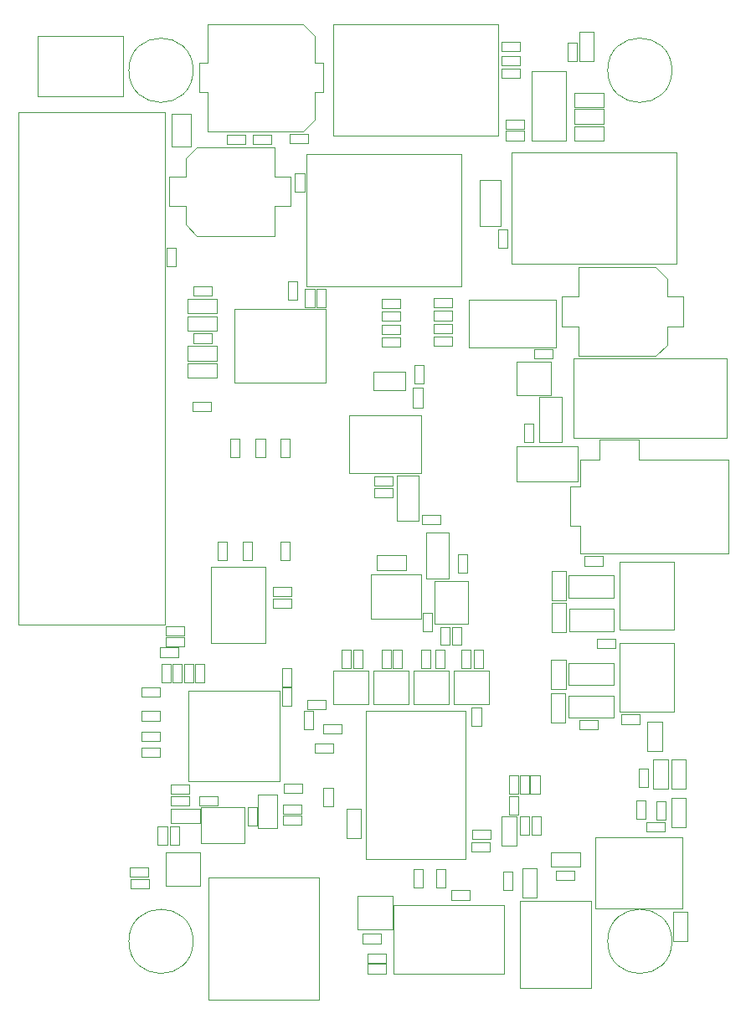
<source format=gbr>
G04 #@! TF.GenerationSoftware,KiCad,Pcbnew,(5.1.9)-1*
G04 #@! TF.CreationDate,2021-01-16T15:24:31-08:00*
G04 #@! TF.ProjectId,SJ-201-R6,534a2d32-3031-42d5-9236-2e6b69636164,rev?*
G04 #@! TF.SameCoordinates,Original*
G04 #@! TF.FileFunction,Other,User*
%FSLAX46Y46*%
G04 Gerber Fmt 4.6, Leading zero omitted, Abs format (unit mm)*
G04 Created by KiCad (PCBNEW (5.1.9)-1) date 2021-01-16 15:24:31*
%MOMM*%
%LPD*%
G01*
G04 APERTURE LIST*
%ADD10C,0.050000*%
%ADD11C,0.120000*%
G04 APERTURE END LIST*
D10*
G04 #@! TO.C,U8*
X25478800Y-76913800D02*
X25478800Y-67713800D01*
X25478800Y-67713800D02*
X16278800Y-67713800D01*
X16278800Y-67713800D02*
X16278800Y-76913800D01*
X16278800Y-76913800D02*
X25478800Y-76913800D01*
G04 #@! TO.C,R30*
X42260000Y-87620000D02*
X41320000Y-87620000D01*
X41320000Y-87620000D02*
X41320000Y-85760000D01*
X41320000Y-85760000D02*
X42260000Y-85760000D01*
X42260000Y-85760000D02*
X42260000Y-87620000D01*
G04 #@! TO.C,R23*
X39970000Y-87650000D02*
X39030000Y-87650000D01*
X39030000Y-87650000D02*
X39030000Y-85790000D01*
X39030000Y-85790000D02*
X39970000Y-85790000D01*
X39970000Y-85790000D02*
X39970000Y-87650000D01*
G04 #@! TO.C,R15*
X16220000Y-36118240D02*
X16220000Y-34658240D01*
X16220000Y-34658240D02*
X19180000Y-34658240D01*
X19180000Y-34658240D02*
X19180000Y-36118240D01*
X19180000Y-36118240D02*
X16220000Y-36118240D01*
G04 #@! TO.C,R33*
X25580000Y-54530000D02*
X25580000Y-52670000D01*
X26520000Y-54530000D02*
X25580000Y-54530000D01*
X26520000Y-52670000D02*
X26520000Y-54530000D01*
X25580000Y-52670000D02*
X26520000Y-52670000D01*
G04 #@! TO.C,R16*
X21780000Y-54530000D02*
X21780000Y-52670000D01*
X22720000Y-54530000D02*
X21780000Y-54530000D01*
X22720000Y-52670000D02*
X22720000Y-54530000D01*
X21780000Y-52670000D02*
X22720000Y-52670000D01*
G04 #@! TO.C,R31*
X19230000Y-54530000D02*
X19230000Y-52670000D01*
X20170000Y-54530000D02*
X19230000Y-54530000D01*
X20170000Y-52670000D02*
X20170000Y-54530000D01*
X19230000Y-52670000D02*
X20170000Y-52670000D01*
G04 #@! TO.C,Q3*
X52950000Y-34450000D02*
X52950000Y-37850000D01*
X52950000Y-37850000D02*
X49450000Y-37850000D01*
X49450000Y-37850000D02*
X49450000Y-34450000D01*
X49450000Y-34450000D02*
X52950000Y-34450000D01*
G04 #@! TO.C,C30*
X42980000Y-28991428D02*
X41120000Y-28991428D01*
X42980000Y-28051428D02*
X42980000Y-28991428D01*
X41120000Y-28051428D02*
X42980000Y-28051428D01*
X41120000Y-28991428D02*
X41120000Y-28051428D01*
G04 #@! TO.C,C29*
X37680000Y-29070000D02*
X35820000Y-29070000D01*
X37680000Y-28130000D02*
X37680000Y-29070000D01*
X35820000Y-28130000D02*
X37680000Y-28130000D01*
X35820000Y-29070000D02*
X35820000Y-28130000D01*
G04 #@! TO.C,R19*
X66580000Y-81530000D02*
X65120000Y-81530000D01*
X65120000Y-81530000D02*
X65120000Y-78570000D01*
X65120000Y-78570000D02*
X66580000Y-78570000D01*
X66580000Y-78570000D02*
X66580000Y-81530000D01*
G04 #@! TO.C,J9*
X9700000Y-1500000D02*
X1050000Y-1500000D01*
X1050000Y-1500000D02*
X1050000Y-7650000D01*
X1050000Y-7650000D02*
X9700000Y-7650000D01*
X9700000Y-7650000D02*
X9700000Y-1500000D01*
G04 #@! TO.C,R25*
X36276800Y-96326560D02*
X34416800Y-96326560D01*
X36276800Y-95386560D02*
X36276800Y-96326560D01*
X34416800Y-95386560D02*
X36276800Y-95386560D01*
X34416800Y-96326560D02*
X34416800Y-95386560D01*
G04 #@! TO.C,R20*
X36271720Y-95264840D02*
X34411720Y-95264840D01*
X36271720Y-94324840D02*
X36271720Y-95264840D01*
X34411720Y-94324840D02*
X36271720Y-94324840D01*
X34411720Y-95264840D02*
X34411720Y-94324840D01*
G04 #@! TO.C,R67*
X42980000Y-29344285D02*
X42980000Y-30284285D01*
X42980000Y-30284285D02*
X41120000Y-30284285D01*
X41120000Y-30284285D02*
X41120000Y-29344285D01*
X41120000Y-29344285D02*
X42980000Y-29344285D01*
G04 #@! TO.C,NT1*
X40000000Y-39100000D02*
X40000000Y-37100000D01*
X39000000Y-39100000D02*
X40000000Y-39100000D01*
X39000000Y-37100000D02*
X39000000Y-39100000D01*
X40000000Y-37100000D02*
X39000000Y-37100000D01*
G04 #@! TO.C,Q6*
X38516666Y-69100000D02*
X35016666Y-69100000D01*
X38516666Y-65700000D02*
X38516666Y-69100000D01*
X35016666Y-65700000D02*
X38516666Y-65700000D01*
X35016666Y-69100000D02*
X35016666Y-65700000D01*
G04 #@! TO.C,J8*
X55600000Y-43000000D02*
X49450000Y-43000000D01*
X49450000Y-43000000D02*
X49450000Y-46600000D01*
X49450000Y-46600000D02*
X55600000Y-46600000D01*
X55600000Y-46600000D02*
X55600000Y-43000000D01*
G04 #@! TO.C,U16*
X32550000Y-39900000D02*
X32550000Y-45700000D01*
X39850000Y-39900000D02*
X39850000Y-45700000D01*
X32550000Y-39900000D02*
X39850000Y-39900000D01*
X32550000Y-45700000D02*
X39850000Y-45700000D01*
G04 #@! TO.C,R69*
X42980000Y-31930000D02*
X42980000Y-32870000D01*
X42980000Y-32870000D02*
X41120000Y-32870000D01*
X41120000Y-32870000D02*
X41120000Y-31930000D01*
X41120000Y-31930000D02*
X42980000Y-31930000D01*
G04 #@! TO.C,R68*
X37680000Y-32008571D02*
X37680000Y-32948571D01*
X37680000Y-32948571D02*
X35820000Y-32948571D01*
X35820000Y-32948571D02*
X35820000Y-32008571D01*
X35820000Y-32008571D02*
X37680000Y-32008571D01*
G04 #@! TO.C,R61*
X37680000Y-29422857D02*
X37680000Y-30362857D01*
X37680000Y-30362857D02*
X35820000Y-30362857D01*
X35820000Y-30362857D02*
X35820000Y-29422857D01*
X35820000Y-29422857D02*
X37680000Y-29422857D01*
G04 #@! TO.C,FB7*
X39570000Y-50580000D02*
X37330000Y-50580000D01*
X37330000Y-50580000D02*
X37330000Y-46020000D01*
X37330000Y-46020000D02*
X39570000Y-46020000D01*
X39570000Y-46020000D02*
X39570000Y-50580000D01*
G04 #@! TO.C,C75*
X41120000Y-31577142D02*
X41120000Y-30637142D01*
X41120000Y-30637142D02*
X42980000Y-30637142D01*
X42980000Y-30637142D02*
X42980000Y-31577142D01*
X42980000Y-31577142D02*
X41120000Y-31577142D01*
G04 #@! TO.C,C74*
X35820000Y-31655714D02*
X35820000Y-30715714D01*
X35820000Y-30715714D02*
X37680000Y-30715714D01*
X37680000Y-30715714D02*
X37680000Y-31655714D01*
X37680000Y-31655714D02*
X35820000Y-31655714D01*
G04 #@! TO.C,C73*
X36930000Y-46080000D02*
X36930000Y-47020000D01*
X36930000Y-47020000D02*
X35070000Y-47020000D01*
X35070000Y-47020000D02*
X35070000Y-46080000D01*
X35070000Y-46080000D02*
X36930000Y-46080000D01*
G04 #@! TO.C,C70*
X36930000Y-47280000D02*
X36930000Y-48220000D01*
X36930000Y-48220000D02*
X35070000Y-48220000D01*
X35070000Y-48220000D02*
X35070000Y-47280000D01*
X35070000Y-47280000D02*
X36930000Y-47280000D01*
G04 #@! TO.C,J2*
X55200000Y-34100000D02*
X55200000Y-42200000D01*
X70700000Y-34100000D02*
X55200000Y-34100000D01*
X70700000Y-42200000D02*
X55200000Y-42200000D01*
X70700000Y-34100000D02*
X70700000Y-42200000D01*
G04 #@! TO.C,J7*
X37050000Y-96400000D02*
X37050000Y-89400000D01*
X37050000Y-96400000D02*
X48150000Y-96400000D01*
X48150000Y-89400000D02*
X37050000Y-89400000D01*
X48150000Y-89400000D02*
X48150000Y-96400000D01*
G04 #@! TO.C,U15*
X57000000Y-97800000D02*
X57000000Y-89000000D01*
X49800000Y-97800000D02*
X57000000Y-97800000D01*
X49800000Y-89000000D02*
X49800000Y-97800000D01*
X57000000Y-89000000D02*
X49800000Y-89000000D01*
G04 #@! TO.C,R60*
X35830000Y-63570000D02*
X36770000Y-63570000D01*
X36770000Y-63570000D02*
X36770000Y-65430000D01*
X36770000Y-65430000D02*
X35830000Y-65430000D01*
X35830000Y-65430000D02*
X35830000Y-63570000D01*
G04 #@! TO.C,R59*
X39830000Y-63570000D02*
X40770000Y-63570000D01*
X40770000Y-63570000D02*
X40770000Y-65430000D01*
X40770000Y-65430000D02*
X39830000Y-65430000D01*
X39830000Y-65430000D02*
X39830000Y-63570000D01*
G04 #@! TO.C,R58*
X43830000Y-63570000D02*
X44770000Y-63570000D01*
X44770000Y-63570000D02*
X44770000Y-65430000D01*
X44770000Y-65430000D02*
X43830000Y-65430000D01*
X43830000Y-65430000D02*
X43830000Y-63570000D01*
G04 #@! TO.C,R56*
X31730000Y-63570000D02*
X32670000Y-63570000D01*
X32670000Y-63570000D02*
X32670000Y-65430000D01*
X32670000Y-65430000D02*
X31730000Y-65430000D01*
X31730000Y-65430000D02*
X31730000Y-63570000D01*
G04 #@! TO.C,R55*
X36930000Y-63570000D02*
X37870000Y-63570000D01*
X37870000Y-63570000D02*
X37870000Y-65430000D01*
X37870000Y-65430000D02*
X36930000Y-65430000D01*
X36930000Y-65430000D02*
X36930000Y-63570000D01*
G04 #@! TO.C,R54*
X41230000Y-63570000D02*
X42170000Y-63570000D01*
X42170000Y-63570000D02*
X42170000Y-65430000D01*
X42170000Y-65430000D02*
X41230000Y-65430000D01*
X41230000Y-65430000D02*
X41230000Y-63570000D01*
G04 #@! TO.C,R37*
X45130000Y-63570000D02*
X46070000Y-63570000D01*
X46070000Y-63570000D02*
X46070000Y-65430000D01*
X46070000Y-65430000D02*
X45130000Y-65430000D01*
X45130000Y-65430000D02*
X45130000Y-63570000D01*
G04 #@! TO.C,R29*
X32930000Y-63570000D02*
X33870000Y-63570000D01*
X33870000Y-63570000D02*
X33870000Y-65430000D01*
X33870000Y-65430000D02*
X32930000Y-65430000D01*
X32930000Y-65430000D02*
X32930000Y-63570000D01*
G04 #@! TO.C,Q5*
X42583332Y-69100000D02*
X39083332Y-69100000D01*
X42583332Y-65700000D02*
X42583332Y-69100000D01*
X39083332Y-65700000D02*
X42583332Y-65700000D01*
X39083332Y-69100000D02*
X39083332Y-65700000D01*
G04 #@! TO.C,Q4*
X46650000Y-69100000D02*
X43150000Y-69100000D01*
X46650000Y-65700000D02*
X46650000Y-69100000D01*
X43150000Y-65700000D02*
X46650000Y-65700000D01*
X43150000Y-69100000D02*
X43150000Y-65700000D01*
G04 #@! TO.C,Q2*
X34450000Y-69100000D02*
X30950000Y-69100000D01*
X34450000Y-65700000D02*
X34450000Y-69100000D01*
X30950000Y-65700000D02*
X34450000Y-65700000D01*
X30950000Y-69100000D02*
X30950000Y-65700000D01*
G04 #@! TO.C,C69*
X52920000Y-85530000D02*
X52920000Y-84070000D01*
X52920000Y-84070000D02*
X55880000Y-84070000D01*
X55880000Y-84070000D02*
X55880000Y-85530000D01*
X55880000Y-85530000D02*
X52920000Y-85530000D01*
G04 #@! TO.C,C68*
X48130000Y-86070000D02*
X49070000Y-86070000D01*
X49070000Y-86070000D02*
X49070000Y-87930000D01*
X49070000Y-87930000D02*
X48130000Y-87930000D01*
X48130000Y-87930000D02*
X48130000Y-86070000D01*
G04 #@! TO.C,R18*
X44730000Y-88870000D02*
X42870000Y-88870000D01*
X44730000Y-87930000D02*
X44730000Y-88870000D01*
X42870000Y-87930000D02*
X44730000Y-87930000D01*
X42870000Y-88870000D02*
X42870000Y-87930000D01*
G04 #@! TO.C,R2*
X33904380Y-92334140D02*
X35764380Y-92334140D01*
X33904380Y-93274140D02*
X33904380Y-92334140D01*
X35764380Y-93274140D02*
X33904380Y-93274140D01*
X35764380Y-92334140D02*
X35764380Y-93274140D01*
G04 #@! TO.C,Q1*
X36900000Y-91900000D02*
X33400000Y-91900000D01*
X36900000Y-88500000D02*
X36900000Y-91900000D01*
X33400000Y-88500000D02*
X36900000Y-88500000D01*
X33400000Y-91900000D02*
X33400000Y-88500000D01*
G04 #@! TO.C,U13*
X20962240Y-29152360D02*
X20962240Y-36552360D01*
X30122240Y-29152360D02*
X20962240Y-29152360D01*
X30122240Y-36552360D02*
X30122240Y-29152360D01*
X20962240Y-36552360D02*
X30122240Y-36552360D01*
G04 #@! TO.C,R9*
X26330000Y-28180000D02*
X26330000Y-26320000D01*
X27270000Y-28180000D02*
X26330000Y-28180000D01*
X27270000Y-26320000D02*
X27270000Y-28180000D01*
X26330000Y-26320000D02*
X27270000Y-26320000D01*
G04 #@! TO.C,R38*
X15020000Y-24780000D02*
X14080000Y-24780000D01*
X14080000Y-24780000D02*
X14080000Y-22920000D01*
X14080000Y-22920000D02*
X15020000Y-22920000D01*
X15020000Y-22920000D02*
X15020000Y-24780000D01*
G04 #@! TO.C,L2*
X39768940Y-60455820D02*
X34708940Y-60455820D01*
X34708940Y-60455820D02*
X34708940Y-55955820D01*
X39768940Y-55955820D02*
X34708940Y-55955820D01*
X39768940Y-60455820D02*
X39768940Y-55955820D01*
G04 #@! TO.C,J1*
X55855360Y-53584840D02*
X55855360Y-53834840D01*
X55855360Y-53834840D02*
X70855360Y-53834840D01*
X55855360Y-53584840D02*
X55855360Y-51084840D01*
X55855360Y-51084840D02*
X54855360Y-51084840D01*
X54855360Y-51084840D02*
X54855360Y-47084840D01*
X54855360Y-47084840D02*
X55855360Y-47084840D01*
X55855360Y-47084840D02*
X55855360Y-44334840D01*
X55855360Y-44334840D02*
X57855360Y-44334840D01*
X57855360Y-44334840D02*
X57855360Y-42334840D01*
X57855360Y-42334840D02*
X61855360Y-42334840D01*
X61855360Y-42334840D02*
X61855360Y-44334840D01*
X61855360Y-44334840D02*
X70855360Y-44334840D01*
X70855360Y-44334840D02*
X70855360Y-53834840D01*
G04 #@! TO.C,C67*
X53400000Y-33000000D02*
X44600000Y-33000000D01*
X53400000Y-28200000D02*
X53400000Y-33000000D01*
X44600000Y-28200000D02*
X53400000Y-28200000D01*
X44600000Y-33000000D02*
X44600000Y-28200000D01*
G04 #@! TO.C,U12*
X48967160Y-13278080D02*
X48967160Y-24578080D01*
X48967160Y-24578080D02*
X65607160Y-24578080D01*
X65607160Y-24578080D02*
X65607160Y-13278080D01*
X65607160Y-13278080D02*
X48967160Y-13278080D01*
G04 #@! TO.C,R66*
X21470000Y-42270000D02*
X21470000Y-44130000D01*
X20530000Y-42270000D02*
X21470000Y-42270000D01*
X20530000Y-44130000D02*
X20530000Y-42270000D01*
X21470000Y-44130000D02*
X20530000Y-44130000D01*
G04 #@! TO.C,R65*
X24020000Y-42270000D02*
X24020000Y-44130000D01*
X23080000Y-42270000D02*
X24020000Y-42270000D01*
X23080000Y-44130000D02*
X23080000Y-42270000D01*
X24020000Y-44130000D02*
X23080000Y-44130000D01*
G04 #@! TO.C,R64*
X26520000Y-42270000D02*
X26520000Y-44130000D01*
X25580000Y-42270000D02*
X26520000Y-42270000D01*
X25580000Y-44130000D02*
X25580000Y-42270000D01*
X26520000Y-44130000D02*
X25580000Y-44130000D01*
G04 #@! TO.C,J4*
X65369800Y-69829600D02*
X65369800Y-62929600D01*
X59869800Y-69829600D02*
X65369800Y-69829600D01*
X59869800Y-62929600D02*
X59869800Y-69829600D01*
X65369800Y-62929600D02*
X59869800Y-62929600D01*
G04 #@! TO.C,J3*
X65369800Y-61600000D02*
X65369800Y-54700000D01*
X59869800Y-61600000D02*
X65369800Y-61600000D01*
X59869800Y-54700000D02*
X59869800Y-61600000D01*
X65369800Y-54700000D02*
X59869800Y-54700000D01*
G04 #@! TO.C,R51*
X48567440Y-22916240D02*
X47627440Y-22916240D01*
X47627440Y-22916240D02*
X47627440Y-21056240D01*
X47627440Y-21056240D02*
X48567440Y-21056240D01*
X48567440Y-21056240D02*
X48567440Y-22916240D01*
G04 #@! TO.C,C66*
X45726640Y-16120080D02*
X47826640Y-16120080D01*
X47826640Y-16120080D02*
X47826640Y-20720080D01*
X47826640Y-20720080D02*
X45726640Y-20720080D01*
X45726640Y-20720080D02*
X45726640Y-16120080D01*
G04 #@! TO.C,U4*
X57400000Y-82600000D02*
X57400000Y-89800000D01*
X57400000Y-89800000D02*
X66200000Y-89800000D01*
X66200000Y-89800000D02*
X66200000Y-82600000D01*
X66200000Y-82600000D02*
X57400000Y-82600000D01*
G04 #@! TO.C,R42*
X13415920Y-63380520D02*
X15275920Y-63380520D01*
X13415920Y-64320520D02*
X13415920Y-63380520D01*
X15275920Y-64320520D02*
X13415920Y-64320520D01*
X15275920Y-63380520D02*
X15275920Y-64320520D01*
G04 #@! TO.C,R22*
X16720000Y-38530000D02*
X18580000Y-38530000D01*
X16720000Y-39470000D02*
X16720000Y-38530000D01*
X18580000Y-39470000D02*
X16720000Y-39470000D01*
X18580000Y-38530000D02*
X18580000Y-39470000D01*
G04 #@! TO.C,R21*
X39925900Y-49943100D02*
X41785900Y-49943100D01*
X39925900Y-50883100D02*
X39925900Y-49943100D01*
X41785900Y-50883100D02*
X39925900Y-50883100D01*
X41785900Y-49943100D02*
X41785900Y-50883100D01*
G04 #@! TO.C,R17*
X18630000Y-27770000D02*
X16770000Y-27770000D01*
X18630000Y-26830000D02*
X18630000Y-27770000D01*
X16770000Y-26830000D02*
X18630000Y-26830000D01*
X16770000Y-27770000D02*
X16770000Y-26830000D01*
G04 #@! TO.C,R11*
X18630000Y-32570944D02*
X16770000Y-32570944D01*
X18630000Y-31630944D02*
X18630000Y-32570944D01*
X16770000Y-31630944D02*
X18630000Y-31630944D01*
X16770000Y-32570944D02*
X16770000Y-31630944D01*
G04 #@! TO.C,L1*
X43850000Y-26850000D02*
X43850000Y-13450000D01*
X43850000Y-13450000D02*
X28250000Y-13450000D01*
X28250000Y-13450000D02*
X28250000Y-26850000D01*
X28250000Y-26850000D02*
X43850000Y-26850000D01*
G04 #@! TO.C,C65*
X46777000Y-83997900D02*
X44917000Y-83997900D01*
X46777000Y-83057900D02*
X46777000Y-83997900D01*
X44917000Y-83057900D02*
X46777000Y-83057900D01*
X44917000Y-83997900D02*
X44917000Y-83057900D01*
G04 #@! TO.C,C9*
X46802400Y-82755840D02*
X44942400Y-82755840D01*
X46802400Y-81815840D02*
X46802400Y-82755840D01*
X44942400Y-81815840D02*
X46802400Y-81815840D01*
X44942400Y-82755840D02*
X44942400Y-81815840D01*
D11*
G04 #@! TO.C,U2*
X34258500Y-69770700D02*
X34258500Y-84770700D01*
X34258500Y-84770700D02*
X44258500Y-84770700D01*
X44258500Y-84770700D02*
X44258500Y-69770700D01*
X44258500Y-69770700D02*
X34258500Y-69770700D01*
D10*
G04 #@! TO.C,R10*
X33730000Y-82680000D02*
X32270000Y-82680000D01*
X32270000Y-82680000D02*
X32270000Y-79720000D01*
X32270000Y-79720000D02*
X33730000Y-79720000D01*
X33730000Y-79720000D02*
X33730000Y-82680000D01*
G04 #@! TO.C,C2*
X45870000Y-71330000D02*
X44930000Y-71330000D01*
X44930000Y-71330000D02*
X44930000Y-69470000D01*
X44930000Y-69470000D02*
X45870000Y-69470000D01*
X45870000Y-69470000D02*
X45870000Y-71330000D01*
G04 #@! TO.C,R7*
X47961800Y-80473100D02*
X49421800Y-80473100D01*
X49421800Y-80473100D02*
X49421800Y-83433100D01*
X49421800Y-83433100D02*
X47961800Y-83433100D01*
X47961800Y-83433100D02*
X47961800Y-80473100D01*
G04 #@! TO.C,R6*
X50848700Y-76284100D02*
X51788700Y-76284100D01*
X51788700Y-76284100D02*
X51788700Y-78144100D01*
X51788700Y-78144100D02*
X50848700Y-78144100D01*
X50848700Y-78144100D02*
X50848700Y-76284100D01*
G04 #@! TO.C,C62*
X60080800Y-71094700D02*
X60080800Y-70154700D01*
X60080800Y-70154700D02*
X61940800Y-70154700D01*
X61940800Y-70154700D02*
X61940800Y-71094700D01*
X61940800Y-71094700D02*
X60080800Y-71094700D01*
G04 #@! TO.C,C39*
X57699000Y-70688100D02*
X57699000Y-71628100D01*
X57699000Y-71628100D02*
X55839000Y-71628100D01*
X55839000Y-71628100D02*
X55839000Y-70688100D01*
X55839000Y-70688100D02*
X57699000Y-70688100D01*
G04 #@! TO.C,C38*
X59438900Y-62496600D02*
X59438900Y-63436600D01*
X59438900Y-63436600D02*
X57578900Y-63436600D01*
X57578900Y-63436600D02*
X57578900Y-62496600D01*
X57578900Y-62496600D02*
X59438900Y-62496600D01*
G04 #@! TO.C,C27*
X58161280Y-54155240D02*
X58161280Y-55095240D01*
X58161280Y-55095240D02*
X56301280Y-55095240D01*
X56301280Y-55095240D02*
X56301280Y-54155240D01*
X56301280Y-54155240D02*
X58161280Y-54155240D01*
G04 #@! TO.C,C26*
X54412900Y-70923600D02*
X52952900Y-70923600D01*
X52952900Y-70923600D02*
X52952900Y-67963600D01*
X52952900Y-67963600D02*
X54412900Y-67963600D01*
X54412900Y-67963600D02*
X54412900Y-70923600D01*
G04 #@! TO.C,C25*
X54476400Y-58566500D02*
X53016400Y-58566500D01*
X53016400Y-58566500D02*
X53016400Y-55606500D01*
X53016400Y-55606500D02*
X54476400Y-55606500D01*
X54476400Y-55606500D02*
X54476400Y-58566500D01*
G04 #@! TO.C,C24*
X64541500Y-80749500D02*
X63601500Y-80749500D01*
X63601500Y-80749500D02*
X63601500Y-78889500D01*
X63601500Y-78889500D02*
X64541500Y-78889500D01*
X64541500Y-78889500D02*
X64541500Y-80749500D01*
G04 #@! TO.C,C23*
X54425600Y-67570800D02*
X52965600Y-67570800D01*
X52965600Y-67570800D02*
X52965600Y-64610800D01*
X52965600Y-64610800D02*
X54425600Y-64610800D01*
X54425600Y-64610800D02*
X54425600Y-67570800D01*
G04 #@! TO.C,C22*
X54438300Y-61792300D02*
X52978300Y-61792300D01*
X52978300Y-61792300D02*
X52978300Y-58832300D01*
X52978300Y-58832300D02*
X54438300Y-58832300D01*
X54438300Y-58832300D02*
X54438300Y-61792300D01*
G04 #@! TO.C,C21*
X62509500Y-80726500D02*
X61569500Y-80726500D01*
X61569500Y-80726500D02*
X61569500Y-78866500D01*
X61569500Y-78866500D02*
X62509500Y-78866500D01*
X62509500Y-78866500D02*
X62509500Y-80726500D01*
G04 #@! TO.C,C20*
X58250000Y-8930000D02*
X58250000Y-10390000D01*
X58250000Y-10390000D02*
X55290000Y-10390000D01*
X55290000Y-10390000D02*
X55290000Y-8930000D01*
X55290000Y-8930000D02*
X58250000Y-8930000D01*
G04 #@! TO.C,C19*
X58230000Y-7260000D02*
X58230000Y-8720000D01*
X58230000Y-8720000D02*
X55270000Y-8720000D01*
X55270000Y-8720000D02*
X55270000Y-7260000D01*
X55270000Y-7260000D02*
X58230000Y-7260000D01*
G04 #@! TO.C,C18*
X62706500Y-70859200D02*
X64166500Y-70859200D01*
X64166500Y-70859200D02*
X64166500Y-73819200D01*
X64166500Y-73819200D02*
X62706500Y-73819200D01*
X62706500Y-73819200D02*
X62706500Y-70859200D01*
G04 #@! TO.C,C17*
X58240000Y-10660000D02*
X58240000Y-12120000D01*
X58240000Y-12120000D02*
X55280000Y-12120000D01*
X55280000Y-12120000D02*
X55280000Y-10660000D01*
X55280000Y-10660000D02*
X58240000Y-10660000D01*
G04 #@! TO.C,C16*
X49648700Y-80239100D02*
X48708700Y-80239100D01*
X48708700Y-80239100D02*
X48708700Y-78379100D01*
X48708700Y-78379100D02*
X49648700Y-78379100D01*
X49648700Y-78379100D02*
X49648700Y-80239100D01*
G04 #@! TO.C,C15*
X62793980Y-77472900D02*
X61853980Y-77472900D01*
X61853980Y-77472900D02*
X61853980Y-75612900D01*
X61853980Y-75612900D02*
X62793980Y-75612900D01*
X62793980Y-75612900D02*
X62793980Y-77472900D01*
G04 #@! TO.C,C14*
X65123700Y-74724100D02*
X66583700Y-74724100D01*
X66583700Y-74724100D02*
X66583700Y-77684100D01*
X66583700Y-77684100D02*
X65123700Y-77684100D01*
X65123700Y-77684100D02*
X65123700Y-74724100D01*
G04 #@! TO.C,C13*
X63298700Y-74724100D02*
X64758700Y-74724100D01*
X64758700Y-74724100D02*
X64758700Y-77684100D01*
X64758700Y-77684100D02*
X63298700Y-77684100D01*
X63298700Y-77684100D02*
X63298700Y-74724100D01*
G04 #@! TO.C,C12*
X50948700Y-80484100D02*
X51888700Y-80484100D01*
X51888700Y-80484100D02*
X51888700Y-82344100D01*
X51888700Y-82344100D02*
X50948700Y-82344100D01*
X50948700Y-82344100D02*
X50948700Y-80484100D01*
G04 #@! TO.C,C11*
X49768700Y-76279100D02*
X50708700Y-76279100D01*
X50708700Y-76279100D02*
X50708700Y-78139100D01*
X50708700Y-78139100D02*
X49768700Y-78139100D01*
X49768700Y-78139100D02*
X49768700Y-76279100D01*
G04 #@! TO.C,R57*
X50014120Y-85713120D02*
X51474120Y-85713120D01*
X51474120Y-85713120D02*
X51474120Y-88673120D01*
X51474120Y-88673120D02*
X50014120Y-88673120D01*
X50014120Y-88673120D02*
X50014120Y-85713120D01*
G04 #@! TO.C,R12*
X16220000Y-31317296D02*
X16220000Y-29857296D01*
X16220000Y-29857296D02*
X19180000Y-29857296D01*
X19180000Y-29857296D02*
X19180000Y-31317296D01*
X19180000Y-31317296D02*
X16220000Y-31317296D01*
G04 #@! TO.C,R14*
X16220000Y-34344592D02*
X16220000Y-32884592D01*
X16220000Y-32884592D02*
X19180000Y-32884592D01*
X19180000Y-32884592D02*
X19180000Y-34344592D01*
X19180000Y-34344592D02*
X16220000Y-34344592D01*
G04 #@! TO.C,R13*
X16220000Y-29543648D02*
X16220000Y-28083648D01*
X16220000Y-28083648D02*
X19180000Y-28083648D01*
X19180000Y-28083648D02*
X19180000Y-29543648D01*
X19180000Y-29543648D02*
X16220000Y-29543648D01*
G04 #@! TO.C,H4*
X16750000Y-93082120D02*
G75*
G03*
X16750000Y-93082120I-3250000J0D01*
G01*
G04 #@! TO.C,H3*
X16750000Y-5000000D02*
G75*
G03*
X16750000Y-5000000I-3250000J0D01*
G01*
G04 #@! TO.C,H2*
X65171380Y-93082120D02*
G75*
G03*
X65171380Y-93082120I-3250000J0D01*
G01*
G04 #@! TO.C,H1*
X65171380Y-5000000D02*
G75*
G03*
X65171380Y-5000000I-3250000J0D01*
G01*
G04 #@! TO.C,J13*
X29500000Y-86650000D02*
X18300000Y-86650000D01*
X29500000Y-98950000D02*
X29500000Y-86650000D01*
X18300000Y-98950000D02*
X29500000Y-98950000D01*
X18300000Y-86650000D02*
X18300000Y-98950000D01*
G04 #@! TO.C,FB5*
X14600000Y-12730000D02*
X14600000Y-9370000D01*
X16500000Y-12730000D02*
X14600000Y-12730000D01*
X16500000Y-9370000D02*
X16500000Y-12730000D01*
X14600000Y-9370000D02*
X16500000Y-9370000D01*
G04 #@! TO.C,R5*
X16748012Y-65051580D02*
X16748012Y-66911580D01*
X15808012Y-65051580D02*
X16748012Y-65051580D01*
X15808012Y-66911580D02*
X15808012Y-65051580D01*
X16748012Y-66911580D02*
X15808012Y-66911580D01*
G04 #@! TO.C,D15*
X40287560Y-56428320D02*
X42587560Y-56428320D01*
X42587560Y-51728320D02*
X42587560Y-56428320D01*
X40287560Y-51728320D02*
X42587560Y-51728320D01*
X40287560Y-56428320D02*
X40287560Y-51728320D01*
G04 #@! TO.C,C5*
X43505020Y-55795720D02*
X43505020Y-53935720D01*
X44445020Y-55795720D02*
X43505020Y-55795720D01*
X44445020Y-53935720D02*
X44445020Y-55795720D01*
X43505020Y-53935720D02*
X44445020Y-53935720D01*
G04 #@! TO.C,C7*
X39954100Y-61730000D02*
X39954100Y-59870000D01*
X40894100Y-61730000D02*
X39954100Y-61730000D01*
X40894100Y-59870000D02*
X40894100Y-61730000D01*
X39954100Y-59870000D02*
X40894100Y-59870000D01*
G04 #@! TO.C,C37*
X38251580Y-55511900D02*
X35291580Y-55511900D01*
X38251580Y-54051900D02*
X38251580Y-55511900D01*
X35291580Y-54051900D02*
X38251580Y-54051900D01*
X35291580Y-55511900D02*
X35291580Y-54051900D01*
G04 #@! TO.C,R3*
X43870000Y-61270000D02*
X43870000Y-63130000D01*
X42930000Y-61270000D02*
X43870000Y-61270000D01*
X42930000Y-63130000D02*
X42930000Y-61270000D01*
X43870000Y-63130000D02*
X42930000Y-63130000D01*
G04 #@! TO.C,R4*
X41730000Y-63130000D02*
X41730000Y-61270000D01*
X42670000Y-63130000D02*
X41730000Y-63130000D01*
X42670000Y-61270000D02*
X42670000Y-63130000D01*
X41730000Y-61270000D02*
X42670000Y-61270000D01*
G04 #@! TO.C,U7*
X44532020Y-56658120D02*
X44532020Y-60998120D01*
X44532020Y-56658120D02*
X41132020Y-56658120D01*
X41132020Y-60998120D02*
X44532020Y-60998120D01*
X41132020Y-60998120D02*
X41132020Y-56658120D01*
G04 #@! TO.C,C64*
X66350000Y-27900000D02*
X64700000Y-27900000D01*
X66350000Y-30900000D02*
X66350000Y-27900000D01*
X64700000Y-30900000D02*
X66350000Y-30900000D01*
X64700000Y-27900000D02*
X64700000Y-26050000D01*
X64700000Y-32750000D02*
X64700000Y-30900000D01*
X64700000Y-32750000D02*
X63550000Y-33900000D01*
X64700000Y-26050000D02*
X63550000Y-24900000D01*
X63550000Y-33900000D02*
X55700000Y-33900000D01*
X63550000Y-24900000D02*
X55700000Y-24900000D01*
X55700000Y-27900000D02*
X55700000Y-24900000D01*
X54050000Y-27900000D02*
X55700000Y-27900000D01*
X54050000Y-30900000D02*
X54050000Y-27900000D01*
X55700000Y-30900000D02*
X54050000Y-30900000D01*
X55700000Y-33900000D02*
X55700000Y-30900000D01*
G04 #@! TO.C,C6*
X14324940Y-18756760D02*
X15974940Y-18756760D01*
X14324940Y-15756760D02*
X14324940Y-18756760D01*
X15974940Y-15756760D02*
X14324940Y-15756760D01*
X15974940Y-18756760D02*
X15974940Y-20606760D01*
X15974940Y-13906760D02*
X15974940Y-15756760D01*
X15974940Y-13906760D02*
X17124940Y-12756760D01*
X15974940Y-20606760D02*
X17124940Y-21756760D01*
X17124940Y-12756760D02*
X24974940Y-12756760D01*
X17124940Y-21756760D02*
X24974940Y-21756760D01*
X24974940Y-18756760D02*
X24974940Y-21756760D01*
X26624940Y-18756760D02*
X24974940Y-18756760D01*
X26624940Y-15756760D02*
X26624940Y-18756760D01*
X24974940Y-15756760D02*
X26624940Y-15756760D01*
X24974940Y-12756760D02*
X24974940Y-15756760D01*
G04 #@! TO.C,R24*
X14520000Y-79670000D02*
X17480000Y-79670000D01*
X14520000Y-81130000D02*
X14520000Y-79670000D01*
X17480000Y-81130000D02*
X14520000Y-81130000D01*
X17480000Y-79670000D02*
X17480000Y-81130000D01*
G04 #@! TO.C,X1*
X21973200Y-79541800D02*
X17573200Y-79541800D01*
X21973200Y-83141800D02*
X21973200Y-79541800D01*
X17573200Y-83141800D02*
X21973200Y-83141800D01*
X17573200Y-79541800D02*
X17573200Y-83141800D01*
G04 #@! TO.C,FB8*
X54020000Y-38020000D02*
X54020000Y-42580000D01*
X51780000Y-38020000D02*
X54020000Y-38020000D01*
X51780000Y-42580000D02*
X51780000Y-38020000D01*
X54020000Y-42580000D02*
X51780000Y-42580000D01*
G04 #@! TO.C,FB4*
X54717600Y-64920000D02*
X59277600Y-64920000D01*
X54717600Y-67160000D02*
X54717600Y-64920000D01*
X59277600Y-67160000D02*
X54717600Y-67160000D01*
X59277600Y-64920000D02*
X59277600Y-67160000D01*
G04 #@! TO.C,FB3*
X54717600Y-68222000D02*
X59277600Y-68222000D01*
X54717600Y-70462000D02*
X54717600Y-68222000D01*
X59277600Y-70462000D02*
X54717600Y-70462000D01*
X59277600Y-68222000D02*
X59277600Y-70462000D01*
G04 #@! TO.C,FB2*
X54755700Y-59459000D02*
X59315700Y-59459000D01*
X54755700Y-61699000D02*
X54755700Y-59459000D01*
X59315700Y-61699000D02*
X54755700Y-61699000D01*
X59315700Y-59459000D02*
X59315700Y-61699000D01*
G04 #@! TO.C,FB1*
X54717600Y-56093500D02*
X59277600Y-56093500D01*
X54717600Y-58333500D02*
X54717600Y-56093500D01*
X59277600Y-58333500D02*
X54717600Y-58333500D01*
X59277600Y-56093500D02*
X59277600Y-58333500D01*
G04 #@! TO.C,U5*
X24050000Y-62900000D02*
X24050000Y-55200000D01*
X18550000Y-62900000D02*
X24050000Y-62900000D01*
X18550000Y-55200000D02*
X18550000Y-62900000D01*
X24050000Y-55200000D02*
X18550000Y-55200000D01*
G04 #@! TO.C,FB6*
X25213060Y-78232120D02*
X25213060Y-81592120D01*
X23313060Y-78232120D02*
X25213060Y-78232120D01*
X23313060Y-81592120D02*
X23313060Y-78232120D01*
X25213060Y-81592120D02*
X23313060Y-81592120D01*
G04 #@! TO.C,J6*
X13892940Y-9227880D02*
X-957060Y-9227880D01*
X-957060Y-9227880D02*
X-957060Y-61027880D01*
X-957060Y-61027880D02*
X13892940Y-61027880D01*
X13892940Y-61027880D02*
X13892940Y-9227880D01*
G04 #@! TO.C,D14*
X50975000Y-5100000D02*
X54475000Y-5100000D01*
X50975000Y-12100000D02*
X50975000Y-5100000D01*
X54475000Y-12100000D02*
X50975000Y-12100000D01*
X54475000Y-5100000D02*
X54475000Y-12100000D01*
G04 #@! TO.C,U1*
X47570000Y-11650000D02*
X47570000Y-350000D01*
X47570000Y-350000D02*
X30930000Y-350000D01*
X30930000Y-350000D02*
X30930000Y-11650000D01*
X30930000Y-11650000D02*
X47570000Y-11650000D01*
G04 #@! TO.C,R1*
X50240800Y-9991000D02*
X50240800Y-10931000D01*
X50240800Y-10931000D02*
X48380800Y-10931000D01*
X48380800Y-10931000D02*
X48380800Y-9991000D01*
X48380800Y-9991000D02*
X50240800Y-9991000D01*
G04 #@! TO.C,C4*
X50240800Y-11141000D02*
X50240800Y-12081000D01*
X50240800Y-12081000D02*
X48380800Y-12081000D01*
X48380800Y-12081000D02*
X48380800Y-11141000D01*
X48380800Y-11141000D02*
X50240800Y-11141000D01*
G04 #@! TO.C,C3*
X47920000Y-3070000D02*
X47920000Y-2130000D01*
X47920000Y-2130000D02*
X49780000Y-2130000D01*
X49780000Y-2130000D02*
X49780000Y-3070000D01*
X49780000Y-3070000D02*
X47920000Y-3070000D01*
G04 #@! TO.C,C1*
X18250000Y-11150000D02*
X18250000Y-7250000D01*
X18250000Y-7250000D02*
X17400000Y-7250000D01*
X17400000Y-7250000D02*
X17400000Y-4250000D01*
X17400000Y-4250000D02*
X18250000Y-4250000D01*
X18250000Y-4250000D02*
X18250000Y-350000D01*
X27900000Y-350000D02*
X18250000Y-350000D01*
X27900000Y-11150000D02*
X18250000Y-11150000D01*
X29050000Y-1500000D02*
X27900000Y-350000D01*
X29050000Y-10000000D02*
X27900000Y-11150000D01*
X29050000Y-10000000D02*
X29050000Y-7250000D01*
X29050000Y-4250000D02*
X29050000Y-1500000D01*
X29050000Y-7250000D02*
X29900000Y-7250000D01*
X29900000Y-7250000D02*
X29900000Y-4250000D01*
X29900000Y-4250000D02*
X29050000Y-4250000D01*
G04 #@! TO.C,C60*
X65270000Y-90070000D02*
X66730000Y-90070000D01*
X66730000Y-90070000D02*
X66730000Y-93030000D01*
X66730000Y-93030000D02*
X65270000Y-93030000D01*
X65270000Y-93030000D02*
X65270000Y-90070000D01*
G04 #@! TO.C,C59*
X53470000Y-86870000D02*
X53470000Y-85930000D01*
X53470000Y-85930000D02*
X55330000Y-85930000D01*
X55330000Y-85930000D02*
X55330000Y-86870000D01*
X55330000Y-86870000D02*
X53470000Y-86870000D01*
G04 #@! TO.C,C63*
X50180000Y-40770000D02*
X51120000Y-40770000D01*
X51120000Y-40770000D02*
X51120000Y-42630000D01*
X51120000Y-42630000D02*
X50180000Y-42630000D01*
X50180000Y-42630000D02*
X50180000Y-40770000D01*
G04 #@! TO.C,C61*
X49828700Y-80479100D02*
X50768700Y-80479100D01*
X50768700Y-80479100D02*
X50768700Y-82339100D01*
X50768700Y-82339100D02*
X49828700Y-82339100D01*
X49828700Y-82339100D02*
X49828700Y-80479100D01*
G04 #@! TO.C,R50*
X64458080Y-81033520D02*
X64458080Y-81973520D01*
X64458080Y-81973520D02*
X62598080Y-81973520D01*
X62598080Y-81973520D02*
X62598080Y-81033520D01*
X62598080Y-81033520D02*
X64458080Y-81033520D01*
G04 #@! TO.C,R49*
X28080000Y-27070000D02*
X29020000Y-27070000D01*
X29020000Y-27070000D02*
X29020000Y-28930000D01*
X29020000Y-28930000D02*
X28080000Y-28930000D01*
X28080000Y-28930000D02*
X28080000Y-27070000D01*
G04 #@! TO.C,R48*
X29230000Y-27070000D02*
X30170000Y-27070000D01*
X30170000Y-27070000D02*
X30170000Y-28930000D01*
X30170000Y-28930000D02*
X29230000Y-28930000D01*
X29230000Y-28930000D02*
X29230000Y-27070000D01*
G04 #@! TO.C,R40*
X26680000Y-58430000D02*
X26680000Y-59370000D01*
X26680000Y-59370000D02*
X24820000Y-59370000D01*
X24820000Y-59370000D02*
X24820000Y-58430000D01*
X24820000Y-58430000D02*
X26680000Y-58430000D01*
G04 #@! TO.C,R39*
X24820000Y-58170000D02*
X24820000Y-57230000D01*
X24820000Y-57230000D02*
X26680000Y-57230000D01*
X26680000Y-57230000D02*
X26680000Y-58170000D01*
X26680000Y-58170000D02*
X24820000Y-58170000D01*
G04 #@! TO.C,R28*
X54624560Y-2176320D02*
X55564560Y-2176320D01*
X55564560Y-2176320D02*
X55564560Y-4036320D01*
X55564560Y-4036320D02*
X54624560Y-4036320D01*
X54624560Y-4036320D02*
X54624560Y-2176320D01*
G04 #@! TO.C,PWR1*
X55771720Y-1133560D02*
X57231720Y-1133560D01*
X57231720Y-1133560D02*
X57231720Y-4093560D01*
X57231720Y-4093560D02*
X55771720Y-4093560D01*
X55771720Y-4093560D02*
X55771720Y-1133560D01*
G04 #@! TO.C,C58*
X27712740Y-79284640D02*
X27712740Y-80224640D01*
X27712740Y-80224640D02*
X25852740Y-80224640D01*
X25852740Y-80224640D02*
X25852740Y-79284640D01*
X25852740Y-79284640D02*
X27712740Y-79284640D01*
G04 #@! TO.C,C57*
X27063600Y-17300300D02*
X27063600Y-15440300D01*
X28003600Y-17300300D02*
X27063600Y-17300300D01*
X28003600Y-15440300D02*
X28003600Y-17300300D01*
X27063600Y-15440300D02*
X28003600Y-15440300D01*
G04 #@! TO.C,C56*
X25852740Y-80361600D02*
X27712740Y-80361600D01*
X25852740Y-81301600D02*
X25852740Y-80361600D01*
X27712740Y-81301600D02*
X25852740Y-81301600D01*
X27712740Y-80361600D02*
X27712740Y-81301600D01*
G04 #@! TO.C,C55*
X28349300Y-12344500D02*
X26489300Y-12344500D01*
X28349300Y-11404500D02*
X28349300Y-12344500D01*
X26489300Y-11404500D02*
X28349300Y-11404500D01*
X26489300Y-12344500D02*
X26489300Y-11404500D01*
G04 #@! TO.C,C54*
X15824560Y-62169140D02*
X13964560Y-62169140D01*
X15824560Y-61229140D02*
X15824560Y-62169140D01*
X13964560Y-61229140D02*
X15824560Y-61229140D01*
X13964560Y-62169140D02*
X13964560Y-61229140D01*
G04 #@! TO.C,C53*
X30930000Y-74048720D02*
X29070000Y-74048720D01*
X30930000Y-73108720D02*
X30930000Y-74048720D01*
X29070000Y-73108720D02*
X30930000Y-73108720D01*
X29070000Y-74048720D02*
X29070000Y-73108720D01*
G04 #@! TO.C,C52*
X30175560Y-69649440D02*
X28315560Y-69649440D01*
X30175560Y-68709440D02*
X30175560Y-69649440D01*
X28315560Y-68709440D02*
X30175560Y-68709440D01*
X28315560Y-69649440D02*
X28315560Y-68709440D01*
G04 #@! TO.C,C51*
X27752400Y-78105100D02*
X25892400Y-78105100D01*
X27752400Y-77165100D02*
X27752400Y-78105100D01*
X25892400Y-77165100D02*
X27752400Y-77165100D01*
X25892400Y-78105100D02*
X25892400Y-77165100D01*
G04 #@! TO.C,C50*
X15621946Y-65051580D02*
X15621946Y-66911580D01*
X14681946Y-65051580D02*
X15621946Y-65051580D01*
X14681946Y-66911580D02*
X14681946Y-65051580D01*
X15621946Y-66911580D02*
X14681946Y-66911580D01*
G04 #@! TO.C,C49*
X19256100Y-79362400D02*
X17396100Y-79362400D01*
X19256100Y-78422400D02*
X19256100Y-79362400D01*
X17396100Y-78422400D02*
X19256100Y-78422400D01*
X17396100Y-79362400D02*
X17396100Y-78422400D01*
G04 #@! TO.C,C48*
X14529600Y-77212840D02*
X16389600Y-77212840D01*
X14529600Y-78152840D02*
X14529600Y-77212840D01*
X16389600Y-78152840D02*
X14529600Y-78152840D01*
X16389600Y-77212840D02*
X16389600Y-78152840D01*
G04 #@! TO.C,C47*
X11566800Y-69811800D02*
X13426800Y-69811800D01*
X11566800Y-70751800D02*
X11566800Y-69811800D01*
X13426800Y-70751800D02*
X11566800Y-70751800D01*
X13426800Y-69811800D02*
X13426800Y-70751800D01*
G04 #@! TO.C,C46*
X29938880Y-79410920D02*
X29938880Y-77550920D01*
X30878880Y-79410920D02*
X29938880Y-79410920D01*
X30878880Y-77550920D02*
X30878880Y-79410920D01*
X29938880Y-77550920D02*
X30878880Y-77550920D01*
G04 #@! TO.C,C45*
X11544560Y-73467660D02*
X13404560Y-73467660D01*
X11544560Y-74407660D02*
X11544560Y-73467660D01*
X13404560Y-74407660D02*
X11544560Y-74407660D01*
X13404560Y-73467660D02*
X13404560Y-74407660D01*
G04 #@! TO.C,C44*
X11570000Y-71880000D02*
X13430000Y-71880000D01*
X11570000Y-72820000D02*
X11570000Y-71880000D01*
X13430000Y-72820000D02*
X11570000Y-72820000D01*
X13430000Y-71880000D02*
X13430000Y-72820000D01*
G04 #@! TO.C,C43*
X14430000Y-83305000D02*
X14430000Y-81445000D01*
X15370000Y-83305000D02*
X14430000Y-83305000D01*
X15370000Y-81445000D02*
X15370000Y-83305000D01*
X14430000Y-81445000D02*
X15370000Y-81445000D01*
G04 #@! TO.C,C42*
X14495880Y-65051580D02*
X14495880Y-66911580D01*
X13555880Y-65051580D02*
X14495880Y-65051580D01*
X13555880Y-66911580D02*
X13555880Y-65051580D01*
X14495880Y-66911580D02*
X13555880Y-66911580D01*
G04 #@! TO.C,C41*
X26713280Y-65455440D02*
X26713280Y-67315440D01*
X25773280Y-65455440D02*
X26713280Y-65455440D01*
X25773280Y-67315440D02*
X25773280Y-65455440D01*
X26713280Y-67315440D02*
X25773280Y-67315440D01*
G04 #@! TO.C,C40*
X13180000Y-83305000D02*
X13180000Y-81445000D01*
X14120000Y-83305000D02*
X13180000Y-83305000D01*
X14120000Y-81445000D02*
X14120000Y-83305000D01*
X13180000Y-81445000D02*
X14120000Y-81445000D01*
G04 #@! TO.C,C36*
X14529600Y-78416800D02*
X16389600Y-78416800D01*
X14529600Y-79356800D02*
X14529600Y-78416800D01*
X16389600Y-79356800D02*
X14529600Y-79356800D01*
X16389600Y-78416800D02*
X16389600Y-79356800D01*
G04 #@! TO.C,C35*
X11544560Y-67386900D02*
X13404560Y-67386900D01*
X11544560Y-68326900D02*
X11544560Y-67386900D01*
X13404560Y-68326900D02*
X11544560Y-68326900D01*
X13404560Y-67386900D02*
X13404560Y-68326900D01*
G04 #@! TO.C,C28*
X40055900Y-34833200D02*
X40055900Y-36693200D01*
X39115900Y-34833200D02*
X40055900Y-34833200D01*
X39115900Y-36693200D02*
X39115900Y-34833200D01*
X40055900Y-36693200D02*
X39115900Y-36693200D01*
G04 #@! TO.C,C8*
X47920000Y-4830000D02*
X49780000Y-4830000D01*
X47920000Y-5770000D02*
X47920000Y-4830000D01*
X49780000Y-5770000D02*
X47920000Y-5770000D01*
X49780000Y-4830000D02*
X49780000Y-5770000D01*
G04 #@! TO.C,R27*
X51270000Y-33180000D02*
X53130000Y-33180000D01*
X51270000Y-34120000D02*
X51270000Y-33180000D01*
X53130000Y-34120000D02*
X51270000Y-34120000D01*
X53130000Y-33180000D02*
X53130000Y-34120000D01*
G04 #@! TO.C,R46*
X12309200Y-87731700D02*
X10449200Y-87731700D01*
X12309200Y-86791700D02*
X12309200Y-87731700D01*
X10449200Y-86791700D02*
X12309200Y-86791700D01*
X10449200Y-87731700D02*
X10449200Y-86791700D01*
G04 #@! TO.C,R45*
X12245700Y-86550600D02*
X10385700Y-86550600D01*
X12245700Y-85610600D02*
X12245700Y-86550600D01*
X10385700Y-85610600D02*
X12245700Y-85610600D01*
X10385700Y-86550600D02*
X10385700Y-85610600D01*
G04 #@! TO.C,R44*
X21986600Y-12446100D02*
X20126600Y-12446100D01*
X21986600Y-11506100D02*
X21986600Y-12446100D01*
X20126600Y-11506100D02*
X21986600Y-11506100D01*
X20126600Y-12446100D02*
X20126600Y-11506100D01*
G04 #@! TO.C,R43*
X22768200Y-11506100D02*
X24628200Y-11506100D01*
X22768200Y-12446100D02*
X22768200Y-11506100D01*
X24628200Y-12446100D02*
X22768200Y-12446100D01*
X24628200Y-11506100D02*
X24628200Y-12446100D01*
G04 #@! TO.C,R41*
X25714860Y-69276320D02*
X25714860Y-67416320D01*
X26654860Y-69276320D02*
X25714860Y-69276320D01*
X26654860Y-67416320D02*
X26654860Y-69276320D01*
X25714860Y-67416320D02*
X26654860Y-67416320D01*
G04 #@! TO.C,R36*
X27930000Y-71630000D02*
X27930000Y-69770000D01*
X28870000Y-71630000D02*
X27930000Y-71630000D01*
X28870000Y-69770000D02*
X28870000Y-71630000D01*
X27930000Y-69770000D02*
X28870000Y-69770000D01*
G04 #@! TO.C,R35*
X31730000Y-72070000D02*
X29870000Y-72070000D01*
X31730000Y-71130000D02*
X31730000Y-72070000D01*
X29870000Y-71130000D02*
X31730000Y-71130000D01*
X29870000Y-72070000D02*
X29870000Y-71130000D01*
G04 #@! TO.C,R34*
X16934080Y-66911580D02*
X16934080Y-65051580D01*
X17874080Y-66911580D02*
X16934080Y-66911580D01*
X17874080Y-65051580D02*
X17874080Y-66911580D01*
X16934080Y-65051580D02*
X17874080Y-65051580D01*
G04 #@! TO.C,R32*
X22253200Y-81371800D02*
X22253200Y-79511800D01*
X23193200Y-81371800D02*
X22253200Y-81371800D01*
X23193200Y-79511800D02*
X23193200Y-81371800D01*
X22253200Y-79511800D02*
X23193200Y-79511800D01*
G04 #@! TO.C,R26*
X13972180Y-62298480D02*
X15832180Y-62298480D01*
X13972180Y-63238480D02*
X13972180Y-62298480D01*
X15832180Y-63238480D02*
X13972180Y-63238480D01*
X15832180Y-62298480D02*
X15832180Y-63238480D01*
G04 #@! TO.C,R8*
X47920000Y-3580000D02*
X49780000Y-3580000D01*
X47920000Y-4520000D02*
X47920000Y-3580000D01*
X49780000Y-4520000D02*
X47920000Y-4520000D01*
X49780000Y-3580000D02*
X49780000Y-4520000D01*
G04 #@! TO.C,D20*
X17498000Y-87475800D02*
X13998000Y-87475800D01*
X17498000Y-84075800D02*
X17498000Y-87475800D01*
X13998000Y-84075800D02*
X17498000Y-84075800D01*
X13998000Y-87475800D02*
X13998000Y-84075800D01*
G04 #@! TO.C,D1*
X38214100Y-37350000D02*
X35014100Y-37350000D01*
X35014100Y-37350000D02*
X35014100Y-35450000D01*
X38214100Y-35450000D02*
X35014100Y-35450000D01*
X38214100Y-37350000D02*
X38214100Y-35450000D01*
G04 #@! TO.C,C10*
X48698700Y-78144100D02*
X48698700Y-76284100D01*
X49638700Y-78144100D02*
X48698700Y-78144100D01*
X49638700Y-76284100D02*
X49638700Y-78144100D01*
X48698700Y-76284100D02*
X49638700Y-76284100D01*
G04 #@! TD*
M02*

</source>
